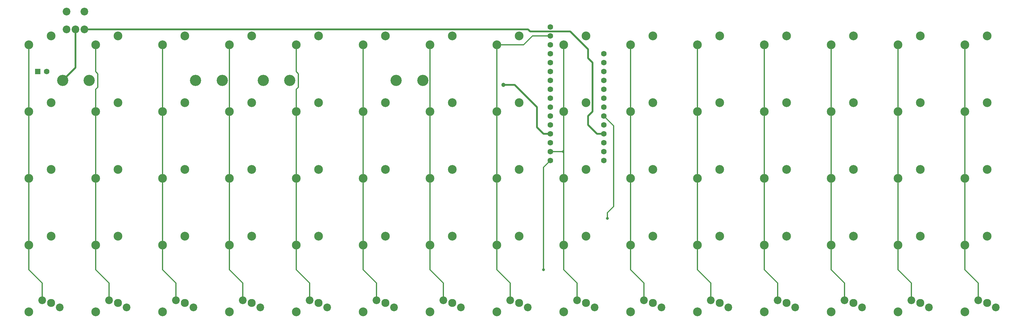
<source format=gtl>
G04 #@! TF.FileFunction,Copper,L1,Top,Signal*
%FSLAX46Y46*%
G04 Gerber Fmt 4.6, Leading zero omitted, Abs format (unit mm)*
G04 Created by KiCad (PCBNEW 4.0.7) date 04/13/18 19:54:45*
%MOMM*%
%LPD*%
G01*
G04 APERTURE LIST*
%ADD10C,0.100000*%
%ADD11C,2.200000*%
%ADD12C,2.500000*%
%ADD13R,1.600000X1.600000*%
%ADD14C,1.600000*%
%ADD15C,3.200000*%
%ADD16C,2.300000*%
%ADD17C,1.200000*%
%ADD18C,0.800000*%
%ADD19C,0.500000*%
%ADD20C,0.300000*%
G04 APERTURE END LIST*
D10*
D11*
X85725000Y-88900000D03*
X88265000Y-88900000D03*
X83185000Y-88900000D03*
X88265000Y-83820000D03*
X83185000Y-83820000D03*
D12*
X345440000Y-128905000D03*
X339090000Y-131445000D03*
X326390000Y-109855000D03*
X320040000Y-112395000D03*
X231140000Y-128905000D03*
X224790000Y-131445000D03*
X231140000Y-90805000D03*
X224790000Y-93345000D03*
X97790000Y-147955000D03*
X91440000Y-150495000D03*
X173990000Y-147955000D03*
X167640000Y-150495000D03*
X326390000Y-147955000D03*
X320040000Y-150495000D03*
X345440000Y-147955000D03*
X339090000Y-150495000D03*
X78740000Y-109855000D03*
X72390000Y-112395000D03*
X78740000Y-128905000D03*
X72390000Y-131445000D03*
X78740000Y-147955000D03*
X72390000Y-150495000D03*
X97790000Y-90805000D03*
X91440000Y-93345000D03*
X97790000Y-109855000D03*
X91440000Y-112395000D03*
X97790000Y-128905000D03*
X91440000Y-131445000D03*
X116840000Y-90805000D03*
X110490000Y-93345000D03*
X116840000Y-109855000D03*
X110490000Y-112395000D03*
X116840000Y-128905000D03*
X110490000Y-131445000D03*
X116840000Y-147955000D03*
X110490000Y-150495000D03*
X135890000Y-90805000D03*
X129540000Y-93345000D03*
X135890000Y-128905000D03*
X129540000Y-131445000D03*
X135890000Y-147955000D03*
X129540000Y-150495000D03*
X154940000Y-90805000D03*
X148590000Y-93345000D03*
X154940000Y-128905000D03*
X148590000Y-131445000D03*
X154940000Y-147955000D03*
X148590000Y-150495000D03*
X173990000Y-128905000D03*
X167640000Y-131445000D03*
X193040000Y-109855000D03*
X186690000Y-112395000D03*
X193040000Y-128905000D03*
X186690000Y-131445000D03*
X193040000Y-147955000D03*
X186690000Y-150495000D03*
X212090000Y-109855000D03*
X205740000Y-112395000D03*
X212090000Y-128905000D03*
X205740000Y-131445000D03*
X212090000Y-147955000D03*
X205740000Y-150495000D03*
X231140000Y-147955000D03*
X224790000Y-150495000D03*
X250190000Y-90805000D03*
X243840000Y-93345000D03*
X250190000Y-109855000D03*
X243840000Y-112395000D03*
X250190000Y-128905000D03*
X243840000Y-131445000D03*
X250190000Y-147955000D03*
X243840000Y-150495000D03*
X269240000Y-90805000D03*
X262890000Y-93345000D03*
X269240000Y-109855000D03*
X262890000Y-112395000D03*
X269240000Y-128905000D03*
X262890000Y-131445000D03*
X269240000Y-147955000D03*
X262890000Y-150495000D03*
X288290000Y-90805000D03*
X281940000Y-93345000D03*
X288290000Y-109855000D03*
X281940000Y-112395000D03*
X288290000Y-128905000D03*
X281940000Y-131445000D03*
X288290000Y-147955000D03*
X281940000Y-150495000D03*
X307340000Y-90805000D03*
X300990000Y-93345000D03*
X307340000Y-109855000D03*
X300990000Y-112395000D03*
X307340000Y-128905000D03*
X300990000Y-131445000D03*
X307340000Y-147955000D03*
X300990000Y-150495000D03*
X326390000Y-90805000D03*
X320040000Y-93345000D03*
X326390000Y-128905000D03*
X320040000Y-131445000D03*
X345440000Y-90805000D03*
X339090000Y-93345000D03*
X345440000Y-109855000D03*
X339090000Y-112395000D03*
X231140000Y-109855000D03*
X224790000Y-112395000D03*
X193040000Y-90805000D03*
X186690000Y-93345000D03*
X212090000Y-90805000D03*
X205740000Y-93345000D03*
X135890000Y-109855000D03*
X129540000Y-112395000D03*
X173990000Y-109855000D03*
X167640000Y-112395000D03*
X173990000Y-90805000D03*
X167640000Y-93345000D03*
X154940000Y-109855000D03*
X148590000Y-112395000D03*
X78740000Y-90805000D03*
X72390000Y-93345000D03*
D13*
X74930000Y-100965000D03*
D14*
X77470000Y-100965000D03*
D15*
X139175000Y-103505000D03*
X146775000Y-103505000D03*
X184675000Y-103505000D03*
X177075000Y-103505000D03*
X82025000Y-103505000D03*
X89625000Y-103505000D03*
X127525000Y-103505000D03*
X119925000Y-103505000D03*
D14*
X236220000Y-95885000D03*
X236220000Y-98425000D03*
X236220000Y-100965000D03*
X236220000Y-103505000D03*
X236220000Y-106045000D03*
X236220000Y-108585000D03*
X236220000Y-111125000D03*
X236220000Y-113665000D03*
X236220000Y-116205000D03*
X236220000Y-118745000D03*
X236220000Y-121285000D03*
X236220000Y-123825000D03*
X236220000Y-126365000D03*
X220980000Y-126365000D03*
X220980000Y-123825000D03*
X220980000Y-121285000D03*
X220980000Y-118745000D03*
X220980000Y-116205000D03*
X220980000Y-113665000D03*
X220980000Y-111125000D03*
X220980000Y-108585000D03*
X220980000Y-106045000D03*
X220980000Y-103505000D03*
X220980000Y-100965000D03*
X220980000Y-98425000D03*
X220980000Y-95885000D03*
X220980000Y-93345000D03*
X220980000Y-90805000D03*
X220980000Y-88265000D03*
D16*
X212090000Y-167005000D03*
D12*
X205740000Y-169545000D03*
D11*
X209550000Y-166185000D03*
X214550000Y-168285000D03*
D16*
X78740000Y-167005000D03*
D12*
X72390000Y-169545000D03*
D11*
X76200000Y-166185000D03*
X81200000Y-168285000D03*
D16*
X326390000Y-167005000D03*
D12*
X320040000Y-169545000D03*
D11*
X323850000Y-166185000D03*
X328850000Y-168285000D03*
D16*
X307340000Y-167005000D03*
D12*
X300990000Y-169545000D03*
D11*
X304800000Y-166185000D03*
X309800000Y-168285000D03*
D16*
X269240000Y-167005000D03*
D12*
X262890000Y-169545000D03*
D11*
X266700000Y-166185000D03*
X271700000Y-168285000D03*
D16*
X231140000Y-167005000D03*
D12*
X224790000Y-169545000D03*
D11*
X228600000Y-166185000D03*
X233600000Y-168285000D03*
D16*
X193040000Y-167005000D03*
D12*
X186690000Y-169545000D03*
D11*
X190500000Y-166185000D03*
X195500000Y-168285000D03*
D16*
X173990000Y-167005000D03*
D12*
X167640000Y-169545000D03*
D11*
X171450000Y-166185000D03*
X176450000Y-168285000D03*
D16*
X154940000Y-167005000D03*
D12*
X148590000Y-169545000D03*
D11*
X152400000Y-166185000D03*
X157400000Y-168285000D03*
D16*
X135890000Y-167005000D03*
D12*
X129540000Y-169545000D03*
D11*
X133350000Y-166185000D03*
X138350000Y-168285000D03*
D16*
X116840000Y-167005000D03*
D12*
X110490000Y-169545000D03*
D11*
X114300000Y-166185000D03*
X119300000Y-168285000D03*
D16*
X97790000Y-167005000D03*
D12*
X91440000Y-169545000D03*
D11*
X95250000Y-166185000D03*
X100250000Y-168285000D03*
D16*
X345440000Y-167005000D03*
D12*
X339090000Y-169545000D03*
D11*
X342900000Y-166185000D03*
X347900000Y-168285000D03*
D16*
X250190000Y-167005000D03*
D12*
X243840000Y-169545000D03*
D11*
X247650000Y-166185000D03*
X252650000Y-168285000D03*
D16*
X288290000Y-167005000D03*
D12*
X281940000Y-169545000D03*
D11*
X285750000Y-166185000D03*
X290750000Y-168285000D03*
D17*
X207645000Y-104775000D03*
D18*
X237236000Y-142875000D03*
X219075000Y-157480000D03*
D19*
X85725000Y-88900000D02*
X85725000Y-99805000D01*
X85725000Y-99805000D02*
X82025000Y-103505000D01*
X220980000Y-118745000D02*
X219075000Y-118745000D01*
X210820000Y-104775000D02*
X207645000Y-104775000D01*
X217170000Y-111125000D02*
X210820000Y-104775000D01*
X217170000Y-116840000D02*
X217170000Y-111125000D01*
X219075000Y-118745000D02*
X217170000Y-116840000D01*
D20*
X239014000Y-116459000D02*
X236220000Y-113665000D01*
X237236000Y-142875000D02*
X237236000Y-141224000D01*
X237236000Y-141224000D02*
X239014000Y-139446000D01*
X239014000Y-139446000D02*
X239014000Y-116459000D01*
X219075000Y-128270000D02*
X220980000Y-126365000D01*
X219075000Y-157480000D02*
X219075000Y-128270000D01*
X72390000Y-150495000D02*
X72390000Y-157480000D01*
X76200000Y-161290000D02*
X76200000Y-166185000D01*
X72390000Y-157480000D02*
X76200000Y-161290000D01*
X72390000Y-131445000D02*
X72390000Y-150495000D01*
X72390000Y-112395000D02*
X72390000Y-131445000D01*
X72390000Y-93345000D02*
X72390000Y-112395000D01*
X91440000Y-150495000D02*
X91440000Y-157480000D01*
X95250000Y-161290000D02*
X95250000Y-166185000D01*
X91440000Y-157480000D02*
X95250000Y-161290000D01*
X91440000Y-93345000D02*
X91440000Y-100965000D01*
X91440000Y-106045000D02*
X91440000Y-112395000D01*
X92075000Y-105410000D02*
X91440000Y-106045000D01*
X92075000Y-101600000D02*
X92075000Y-105410000D01*
X91440000Y-100965000D02*
X92075000Y-101600000D01*
X91440000Y-131445000D02*
X91440000Y-150495000D01*
X91440000Y-112395000D02*
X91440000Y-131445000D01*
X110490000Y-150495000D02*
X110490000Y-157480000D01*
X114300000Y-161290000D02*
X114300000Y-166185000D01*
X110490000Y-157480000D02*
X114300000Y-161290000D01*
X110490000Y-131445000D02*
X110490000Y-150495000D01*
X110490000Y-112395000D02*
X110490000Y-131445000D01*
X110490000Y-93345000D02*
X110490000Y-112395000D01*
X129540000Y-150495000D02*
X129540000Y-157480000D01*
X133350000Y-161290000D02*
X133350000Y-166185000D01*
X129540000Y-157480000D02*
X133350000Y-161290000D01*
X129540000Y-131445000D02*
X129540000Y-150495000D01*
X129540000Y-112395000D02*
X129540000Y-131445000D01*
X129540000Y-93345000D02*
X129540000Y-112395000D01*
X148590000Y-150495000D02*
X148590000Y-157480000D01*
X152400000Y-161290000D02*
X152400000Y-166185000D01*
X148590000Y-157480000D02*
X152400000Y-161290000D01*
X148590000Y-93345000D02*
X148590000Y-100965000D01*
X148590000Y-106045000D02*
X148590000Y-112395000D01*
X149225000Y-105410000D02*
X148590000Y-106045000D01*
X149225000Y-101600000D02*
X149225000Y-105410000D01*
X148590000Y-100965000D02*
X149225000Y-101600000D01*
X148590000Y-131445000D02*
X148590000Y-150495000D01*
X148590000Y-112395000D02*
X148590000Y-131445000D01*
X167640000Y-150495000D02*
X167640000Y-157480000D01*
X171450000Y-161290000D02*
X171450000Y-166185000D01*
X167640000Y-157480000D02*
X171450000Y-161290000D01*
X167640000Y-93345000D02*
X167640000Y-112395000D01*
X167640000Y-131445000D02*
X167640000Y-150495000D01*
X167640000Y-112395000D02*
X167640000Y-131445000D01*
X186690000Y-150495000D02*
X186690000Y-157480000D01*
X190500000Y-161290000D02*
X190500000Y-166185000D01*
X186690000Y-157480000D02*
X190500000Y-161290000D01*
X186690000Y-131445000D02*
X186690000Y-150495000D01*
X186690000Y-112395000D02*
X186690000Y-131445000D01*
X186690000Y-93345000D02*
X186690000Y-112395000D01*
X205740000Y-150495000D02*
X205740000Y-157480000D01*
X209550000Y-161290000D02*
X209550000Y-166185000D01*
X205740000Y-157480000D02*
X209550000Y-161290000D01*
X220980000Y-90805000D02*
X215900000Y-90805000D01*
X215900000Y-90805000D02*
X213360000Y-93345000D01*
X213360000Y-93345000D02*
X205740000Y-93345000D01*
X205740000Y-131445000D02*
X205740000Y-150495000D01*
X205740000Y-112395000D02*
X205740000Y-131445000D01*
X205740000Y-93345000D02*
X205740000Y-112395000D01*
X224790000Y-150495000D02*
X224790000Y-157480000D01*
X228600000Y-161290000D02*
X228600000Y-166185000D01*
X224790000Y-157480000D02*
X228600000Y-161290000D01*
X224790000Y-123825000D02*
X224790000Y-124206000D01*
X224790000Y-124206000D02*
X224790000Y-131445000D01*
X224282000Y-123825000D02*
X224409000Y-123825000D01*
X224409000Y-123825000D02*
X224790000Y-124206000D01*
X224282000Y-123825000D02*
X224790000Y-123825000D01*
X220980000Y-123825000D02*
X224282000Y-123825000D01*
X224790000Y-112395000D02*
X224790000Y-123444000D01*
X224790000Y-123444000D02*
X224790000Y-123825000D01*
X224409000Y-123825000D02*
X224790000Y-123444000D01*
X224790000Y-93345000D02*
X224790000Y-112395000D01*
X224790000Y-131445000D02*
X224790000Y-150495000D01*
X243840000Y-150495000D02*
X243840000Y-157480000D01*
X247650000Y-161290000D02*
X247650000Y-166185000D01*
X243840000Y-157480000D02*
X247650000Y-161290000D01*
X243840000Y-131445000D02*
X243840000Y-150495000D01*
X243840000Y-112395000D02*
X243840000Y-131445000D01*
X243840000Y-93345000D02*
X243840000Y-112395000D01*
X262890000Y-150495000D02*
X262890000Y-157480000D01*
X266700000Y-161290000D02*
X266700000Y-166185000D01*
X262890000Y-157480000D02*
X266700000Y-161290000D01*
X262890000Y-131445000D02*
X262890000Y-150495000D01*
X262890000Y-112395000D02*
X262890000Y-131445000D01*
X262890000Y-93345000D02*
X262890000Y-112395000D01*
X281940000Y-150495000D02*
X281940000Y-157480000D01*
X285750000Y-161290000D02*
X285750000Y-166185000D01*
X281940000Y-157480000D02*
X285750000Y-161290000D01*
X281940000Y-131445000D02*
X281940000Y-150495000D01*
X281940000Y-112395000D02*
X281940000Y-131445000D01*
X281940000Y-93345000D02*
X281940000Y-112395000D01*
X300990000Y-150495000D02*
X300990000Y-157480000D01*
X304800000Y-161290000D02*
X304800000Y-166185000D01*
X300990000Y-157480000D02*
X304800000Y-161290000D01*
X300990000Y-131445000D02*
X300990000Y-150495000D01*
X300990000Y-112395000D02*
X300990000Y-131445000D01*
X300990000Y-93345000D02*
X300990000Y-112395000D01*
X320040000Y-150495000D02*
X320040000Y-157480000D01*
X323850000Y-161290000D02*
X323850000Y-166185000D01*
X320040000Y-157480000D02*
X323850000Y-161290000D01*
X320040000Y-131445000D02*
X320040000Y-150495000D01*
X320040000Y-112395000D02*
X320040000Y-131445000D01*
X320040000Y-93345000D02*
X320040000Y-112395000D01*
X339090000Y-150495000D02*
X339090000Y-157480000D01*
X342900000Y-161290000D02*
X342900000Y-166185000D01*
X339090000Y-157480000D02*
X342900000Y-161290000D01*
X339090000Y-131445000D02*
X339090000Y-150495000D01*
X339090000Y-112395000D02*
X339090000Y-131445000D01*
X339090000Y-93345000D02*
X339090000Y-112395000D01*
D19*
X88265000Y-88900000D02*
X214630000Y-88900000D01*
X236220000Y-118745000D02*
X234315000Y-118745000D01*
X234315000Y-118745000D02*
X231775000Y-116205000D01*
X231775000Y-116205000D02*
X231775000Y-113665000D01*
X231775000Y-113665000D02*
X233045000Y-112395000D01*
X233045000Y-112395000D02*
X233045000Y-98425000D01*
X233045000Y-98425000D02*
X231775000Y-97155000D01*
X231775000Y-97155000D02*
X231775000Y-94615000D01*
X231775000Y-94615000D02*
X226695000Y-89535000D01*
X226695000Y-89535000D02*
X215265000Y-89535000D01*
X215265000Y-89535000D02*
X214630000Y-88900000D01*
M02*

</source>
